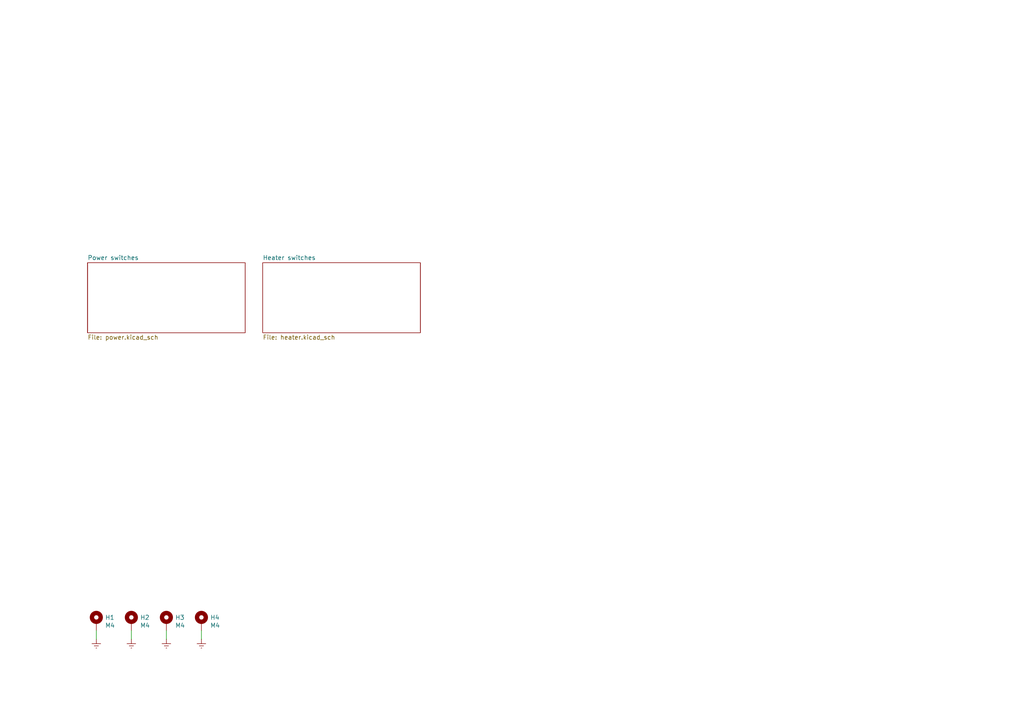
<source format=kicad_sch>
(kicad_sch (version 20250114) (generator "eeschema") (generator_version "9.0")
  (paper "A4")
  (title_block (title "3 kW DC heater controller") (date "2024-11-09") (rev "1.0.0") (company "(c) 2024, Marek Koza <qyx@krtko.org>"))
  (lib_symbols
    (symbol "Mechanical:MountingHole_Pad" (pin_numbers (hide yes)) (pin_names (offset 1.016) (hide yes)) (exclude_from_sim yes) (in_bom no)
      (property "Reference" "H" (at 0 6.35 0))
      (property "Value" "MountingHole_Pad" (at 0 4.445 0))
      (symbol "MountingHole_Pad_0_1"
        (circle (center 0 1.27) (radius 1.27) (stroke (width 1.27)))
      )
      (symbol "MountingHole_Pad_1_1"
        (pin input line (at 0 -2.54 90) (length 2.54) (name "1") (number "1"))
      )
    )
    (symbol "power:Earth" (power) (pin_numbers (hide yes)) (pin_names (offset 0) (hide yes))
      (property "Value" "Earth" (at 0 -3.81 0))
      (symbol "Earth_0_1"
        (polyline (pts (xy -0.635 -1.905) (xy 0.635 -1.905)))
        (polyline (pts (xy -0.127 -2.54) (xy 0.127 -2.54)))
        (polyline (pts (xy 0 -1.27) (xy 0 0)))
        (polyline (pts (xy 1.27 -1.27) (xy -1.27 -1.27)))
      )
      (symbol "Earth_1_1"
        (pin power_in line (at 0 0 270) (length 0) (name "~") (number "1"))
      )
    )
  )
  (wire (pts (xy 27.94 182.88) (xy 27.94 185.42)))
  (wire (pts (xy 38.1 182.88) (xy 38.1 185.42)))
  (wire (pts (xy 58.42 185.42) (xy 58.42 182.88)))
  (wire (pts (xy 48.26 182.88) (xy 48.26 185.42)))
  (symbol (lib_id "Mechanical:MountingHole_Pad") (at 27.94 180.34 0) (unit 1)
    (property "Reference" "H1" (at 30.48 179.0954 0) (effects (justify left)))
    (property "Value" "M4" (at 30.48 181.4068 0) (effects (justify left)))
    (property "Footprint" "MountingHole:MountingHole_4.3mm_M4_Pad_Via" (effects (hide yes)))
  )
  (symbol (lib_id "Mechanical:MountingHole_Pad") (at 38.1 180.34 0) (unit 1)
    (property "Reference" "H2" (at 40.64 179.0954 0) (effects (justify left)))
    (property "Value" "M4" (at 40.64 181.4068 0) (effects (justify left)))
    (property "Footprint" "MountingHole:MountingHole_4.3mm_M4_Pad_Via" (effects (hide yes)))
  )
  (symbol (lib_id "Mechanical:MountingHole_Pad") (at 48.26 180.34 0) (unit 1)
    (property "Reference" "H3" (at 50.8 179.0954 0) (effects (justify left)))
    (property "Value" "M4" (at 50.8 181.4068 0) (effects (justify left)))
    (property "Footprint" "MountingHole:MountingHole_4.3mm_M4_Pad_Via" (effects (hide yes)))
  )
  (symbol (lib_id "Mechanical:MountingHole_Pad") (at 58.42 180.34 0) (unit 1)
    (property "Reference" "H4" (at 60.96 179.0954 0) (effects (justify left)))
    (property "Value" "M4" (at 60.96 181.4068 0) (effects (justify left)))
    (property "Footprint" "MountingHole:MountingHole_4.3mm_M4_Pad_Via" (effects (hide yes)))
  )
  (symbol (lib_id "power:Earth") (at 38.1 185.42 0) (unit 1)
    (property "Reference" "#PWR0109" (effects (hide yes)))
    (property "Value" "Earth" (effects (hide yes)))
  )
  (symbol (lib_id "power:Earth") (at 58.42 185.42 0) (unit 1)
    (property "Reference" "#PWR0110" (effects (hide yes)))
    (property "Value" "Earth" (effects (hide yes)))
  )
  (symbol (lib_id "power:Earth") (at 48.26 185.42 0) (unit 1)
    (property "Reference" "#PWR02" (effects (hide yes)))
    (property "Value" "Earth" (effects (hide yes)))
  )
  (symbol (lib_id "power:Earth") (at 27.94 185.42 0) (unit 1)
    (property "Reference" "#PWR01" (effects (hide yes)))
    (property "Value" "Earth" (effects (hide yes)))
  )
  (sheet (at 25.4 76.2) (size 45.72 20.32) (stroke (width 0.1524))
    (property "Sheetname" "Power switches" (at 25.4 75.4884 0) (effects (justify left bottom)))
    (property "Sheetfile" "power.kicad_sch" (at 25.4 97.1046 0) (effects (justify left top)))
  )
  (sheet (at 76.2 76.2) (size 45.72 20.32) (stroke (width 0.1524))
    (property "Sheetname" "Heater switches" (at 76.2 75.4884 0) (effects (justify left bottom)))
    (property "Sheetfile" "heater.kicad_sch" (at 76.2 97.1046 0) (effects (justify left top)))
  )
)
</source>
